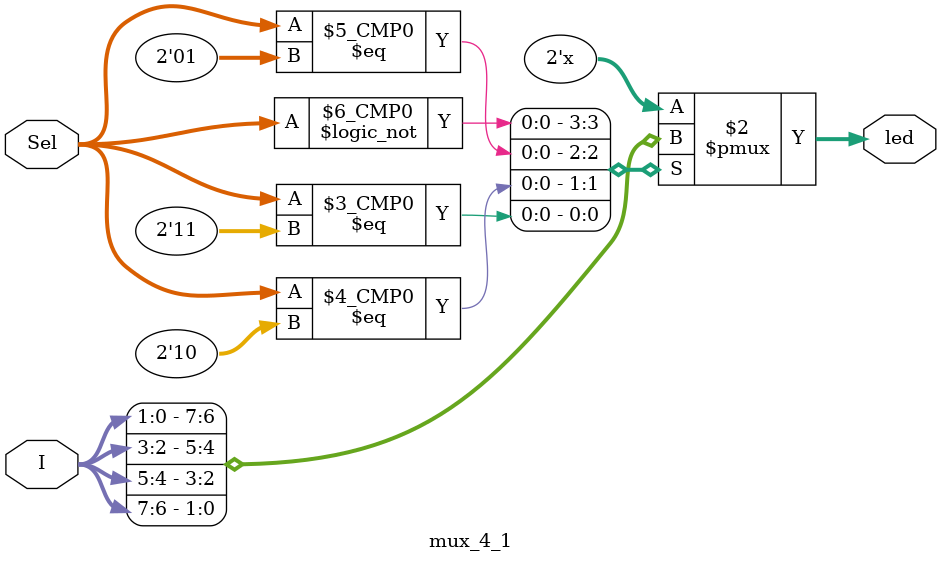
<source format=v>
`timescale 1ns / 1ps

`timescale 1ns/1ps
module mux_4_1(
output reg [1:0] led,
//input [1:0] I0, //two bits to light up 2 leds.
//input [1:0] I1,
//input [1:0] I2,
//input [1:0] I3,
input [7:0] I, //Why cant we just declare it as an 8-bit bus instead of 4 2-bit busses.
input [1:0] Sel
    );
    always @ (Sel, I)
    begin
        case (Sel)
            2'b00: //switch statement for the selector switch.
                led = I[1:0];
            2'b01:
                led = I[3:2];
            2'b10:
                led = I[5:4];
            2'b11:
                led = I[7:6];
            default:
                led = 2'b00;
        endcase
    end
endmodule

</source>
